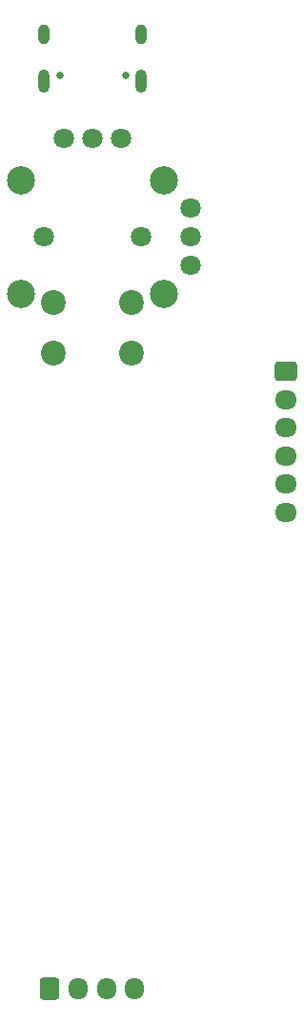
<source format=gbr>
%TF.GenerationSoftware,KiCad,Pcbnew,(6.0.8)*%
%TF.CreationDate,2022-10-07T16:11:38+02:00*%
%TF.ProjectId,bobbycar-emergency-hardware,626f6262-7963-4617-922d-656d65726765,rev?*%
%TF.SameCoordinates,Original*%
%TF.FileFunction,Soldermask,Bot*%
%TF.FilePolarity,Negative*%
%FSLAX46Y46*%
G04 Gerber Fmt 4.6, Leading zero omitted, Abs format (unit mm)*
G04 Created by KiCad (PCBNEW (6.0.8)) date 2022-10-07 16:11:38*
%MOMM*%
%LPD*%
G01*
G04 APERTURE LIST*
G04 Aperture macros list*
%AMRoundRect*
0 Rectangle with rounded corners*
0 $1 Rounding radius*
0 $2 $3 $4 $5 $6 $7 $8 $9 X,Y pos of 4 corners*
0 Add a 4 corners polygon primitive as box body*
4,1,4,$2,$3,$4,$5,$6,$7,$8,$9,$2,$3,0*
0 Add four circle primitives for the rounded corners*
1,1,$1+$1,$2,$3*
1,1,$1+$1,$4,$5*
1,1,$1+$1,$6,$7*
1,1,$1+$1,$8,$9*
0 Add four rect primitives between the rounded corners*
20,1,$1+$1,$2,$3,$4,$5,0*
20,1,$1+$1,$4,$5,$6,$7,0*
20,1,$1+$1,$6,$7,$8,$9,0*
20,1,$1+$1,$8,$9,$2,$3,0*%
G04 Aperture macros list end*
%ADD10RoundRect,0.250000X-0.600000X-0.725000X0.600000X-0.725000X0.600000X0.725000X-0.600000X0.725000X0*%
%ADD11O,1.700000X1.950000*%
%ADD12RoundRect,0.250000X-0.725000X0.600000X-0.725000X-0.600000X0.725000X-0.600000X0.725000X0.600000X0*%
%ADD13O,1.950000X1.700000*%
%ADD14C,1.800000*%
%ADD15C,2.500000*%
%ADD16C,2.200000*%
%ADD17C,0.650000*%
%ADD18O,1.000000X2.100000*%
%ADD19O,1.000000X1.800000*%
G04 APERTURE END LIST*
D10*
%TO.C,J1*%
X6200000Y4000000D03*
D11*
X8700000Y4000000D03*
X11200000Y4000000D03*
X13700000Y4000000D03*
%TD*%
D12*
%TO.C,J2*%
X27195000Y58750000D03*
D13*
X27195000Y56250000D03*
X27195000Y53750000D03*
X27195000Y51250000D03*
X27195000Y48750000D03*
X27195000Y46250000D03*
%TD*%
D14*
%TO.C,SW1*%
X14280000Y70672000D03*
X5680000Y70672000D03*
X18710000Y68132000D03*
X18710000Y70672000D03*
X18710000Y73212000D03*
X12520000Y79402000D03*
X9980000Y79402000D03*
X7440000Y79402000D03*
D15*
X3650000Y75672000D03*
X3650000Y65672000D03*
X16300000Y65672000D03*
X16300000Y75672000D03*
D16*
X6460000Y64882000D03*
X6460000Y60382000D03*
X13460000Y64882000D03*
X13460000Y60382000D03*
%TD*%
D17*
%TO.C,USBC1*%
X12890000Y84990000D03*
X7110000Y84990000D03*
D18*
X14320000Y84490000D03*
D19*
X14320000Y88670000D03*
X5680000Y88670000D03*
D18*
X5680000Y84490000D03*
%TD*%
M02*

</source>
